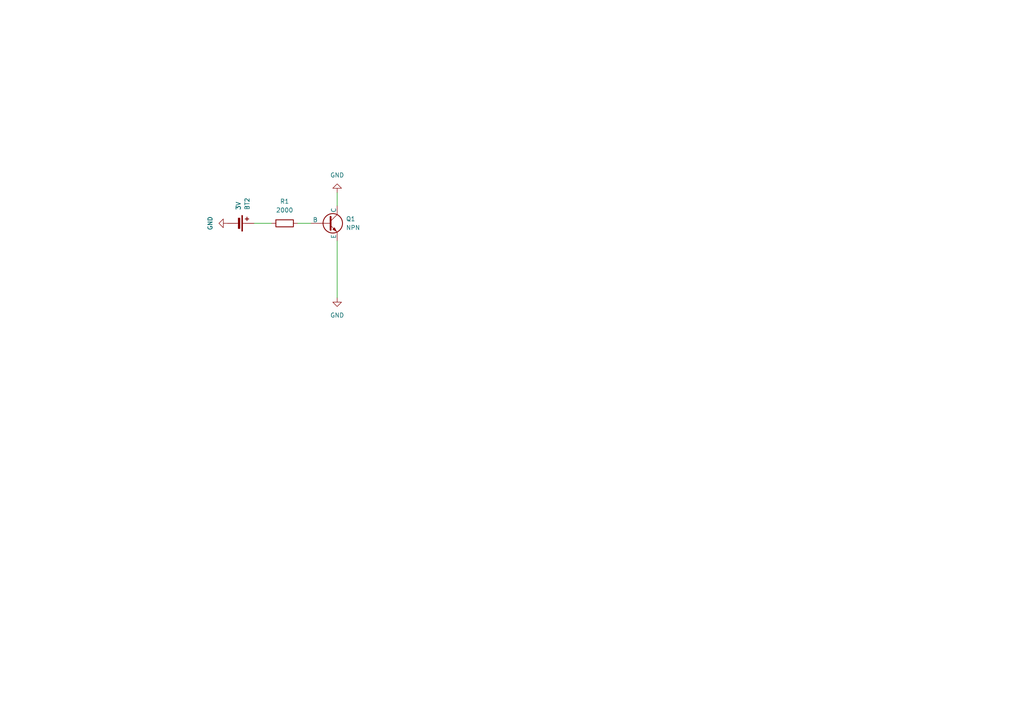
<source format=kicad_sch>
(kicad_sch (version 20230121) (generator eeschema)
  (paper "A4")
  (lib_symbols
    (symbol "Device:Battery_Cell" (pin_numbers hide) (pin_names (offset 0) hide)
      (property "Reference" "BT" (at 2.54 2.54 0))
      (property "Value" "Battery_Cell" (at 2.54 0 0))
      (symbol "Battery_Cell_0_1"
        (rectangle (start -2.286 1.778) (end 2.286 1.524) (fill (type outline)))
        (rectangle (start -1.524 1.016) (end 1.524 0.508) (fill (type outline)))
        (polyline (pts (xy 0 0.762) (xy 0 0)))
        (polyline (pts (xy 0 1.778) (xy 0 2.54)))
        (polyline (pts (xy 0.762 3.048) (xy 1.778 3.048)) (stroke (width 0.254)))
        (polyline (pts (xy 1.27 3.556) (xy 1.27 2.54)) (stroke (width 0.254)))
      )
      (symbol "Battery_Cell_1_1"
        (pin passive line (at 0 5.08 270) (length 2.54) (name "+") (number "1"))
        (pin passive line (at 0 -2.54 90) (length 2.54) (name "-") (number "2"))
      )
    )
    (symbol "Device:R" (pin_numbers hide) (pin_names (offset 0))
      (property "Reference" "R" (at 2.032 0 90))
      (property "Value" "R" (at 0 0 90))
      (symbol "R_0_1"
        (rectangle (start -1.016 -2.54) (end 1.016 2.54) (stroke (width 0.254)))
      )
      (symbol "R_1_1"
        (pin passive line (at 0 3.81 270) (length 1.27) (name "~") (number "1"))
        (pin passive line (at 0 -3.81 90) (length 1.27) (name "~") (number "2"))
      )
    )
    (symbol "Simulation_SPICE:NPN" (pin_numbers hide) (pin_names (offset 0))
      (property "Reference" "Q" (at -2.54 7.62 0))
      (property "Value" "NPN" (at -2.54 5.08 0))
      (symbol "NPN_0_1"
        (polyline (pts (xy -2.54 0) (xy 0.635 0)) (stroke (width 0.1524)))
        (polyline (pts (xy 0.635 0.635) (xy 2.54 2.54)))
        (polyline (pts (xy 2.794 -1.27) (xy 2.794 -1.27)) (stroke (width 0.1524)))
        (polyline (pts (xy 2.794 -1.27) (xy 2.794 -1.27)) (stroke (width 0.1524)))
        (polyline (pts (xy 0.635 -0.635) (xy 2.54 -2.54) (xy 2.54 -2.54)))
        (polyline (pts (xy 0.635 1.905) (xy 0.635 -1.905) (xy 0.635 -1.905)) (stroke (width 0.508)))
        (polyline (pts (xy 1.27 -1.778) (xy 1.778 -1.27) (xy 2.286 -2.286) (xy 1.27 -1.778) (xy 1.27 -1.778)) (fill (type outline)))
        (circle (center 1.27 0) (radius 2.8194) (stroke (width 0.254)))
      )
      (symbol "NPN_1_1"
        (pin open_collector line (at 2.54 5.08 270) (length 2.54) (name "C") (number "1"))
        (pin input line (at -5.08 0 0) (length 2.54) (name "B") (number "2"))
        (pin open_emitter line (at 2.54 -5.08 90) (length 2.54) (name "E") (number "3"))
      )
    )
    (symbol "power:GND" (power) (pin_names (offset 0))
      (property "Value" "GND" (at 0 -3.81 0))
      (symbol "GND_0_1"
        (polyline (pts (xy 0 0) (xy 0 -1.27) (xy 1.27 -1.27) (xy 0 -2.54) (xy -1.27 -1.27) (xy 0 -1.27)))
      )
      (symbol "GND_1_1"
        (pin power_in line (at 0 0 270) (length 0) hide (name "GND") (number "1"))
      )
    )
  )
  (wire (pts (xy 97.79 55.88) (xy 97.79 59.69)))
  (wire (pts (xy 73.66 64.77) (xy 78.74 64.77)))
  (wire (pts (xy 86.36 64.77) (xy 90.17 64.77)))
  (wire (pts (xy 97.79 69.85) (xy 97.79 86.36)))
  (symbol (lib_id "power:GND") (at 97.79 55.88 0) (mirror x) (unit 1)
    (property "Reference" "#PWR01" (effects hide))
    (property "Value" "GND" (at 97.79 50.8 0))
  )
  (symbol (lib_id "power:GND") (at 97.79 86.36 0) (unit 1)
    (property "Reference" "#PWR04" (effects hide))
    (property "Value" "GND" (at 97.79 91.44 0))
  )
  (symbol (lib_id "Device:Battery_Cell") (at 68.58 64.77 270) (mirror x) (unit 1)
    (property "Reference" "BT2" (at 71.6915 60.96 0) (effects (justify left)))
    (property "Value" "3V" (at 69.1515 60.96 0) (effects (justify left)))
    (property "Sim.Device" "V" (effects hide))
    (property "Sim.Type" "DC" (effects hide))
    (property "Sim.Pins" "1=+ 2=-" (effects hide))
    (property "Sim.Params" "dc=3" (effects hide))
  )
  (symbol (lib_id "Simulation_SPICE:NPN") (at 95.25 64.77 0) (unit 1)
    (property "Reference" "Q1" (at 100.33 63.5 0) (effects (justify left)))
    (property "Value" "NPN" (at 100.33 66.04 0) (effects (justify left)))
    (property "Sim.Device" "NPN" (effects hide))
    (property "Sim.Type" "GUMMELPOON" (effects hide))
    (property "Sim.Pins" "1=C 2=B 3=E" (effects hide))
  )
  (symbol (lib_id "power:GND") (at 66.04 64.77 270) (mirror x) (unit 1)
    (property "Reference" "#PWR02" (effects hide))
    (property "Value" "GND" (at 60.96 64.77 0))
  )
  (symbol (lib_id "Device:R") (at 82.55 64.77 90) (unit 1)
    (property "Reference" "R1" (at 82.55 58.42 90))
    (property "Value" "2000" (at 82.55 60.96 90))
  )
)
</source>
